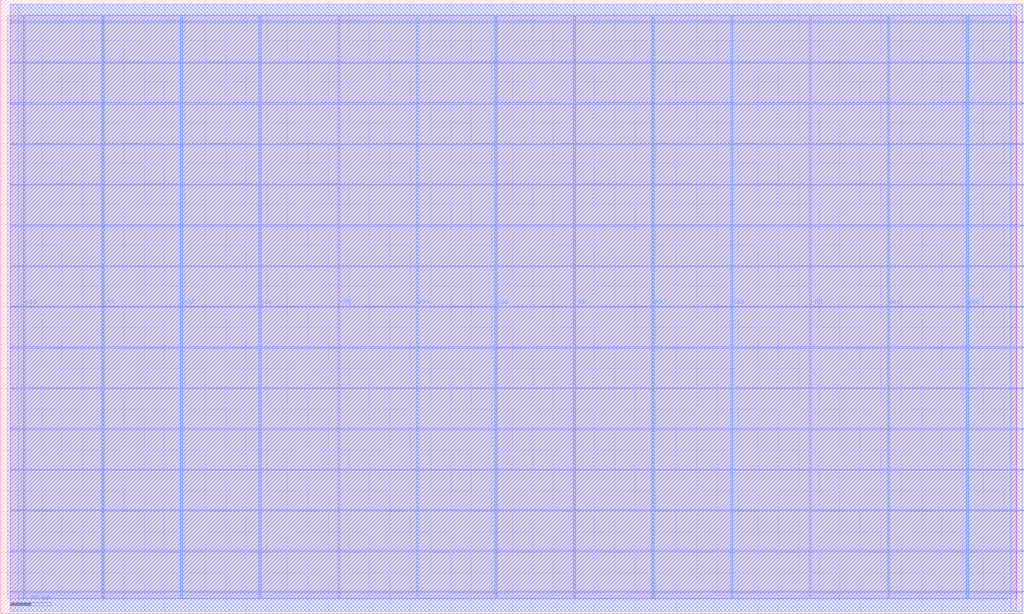
<source format=lef>
VERSION 5.7 ;
  NOWIREEXTENSIONATPIN ON ;
  DIVIDERCHAR "/" ;
  BUSBITCHARS "[]" ;
MACRO serv_2
  CLASS BLOCK ;
  FOREIGN serv_2 ;
  ORIGIN 0.000 0.000 ;
  SIZE 1000.000 BY 600.000 ;
  PIN io_in[0]
    DIRECTION INPUT ;
    USE SIGNAL ;
    PORT
      LAYER Metal3 ;
        RECT 998.000 21.280 1000.000 21.840 ;
    END
  END io_in[0]
  PIN io_in[1]
    DIRECTION INPUT ;
    USE SIGNAL ;
    PORT
      LAYER Metal3 ;
        RECT 998.000 61.040 1000.000 61.600 ;
    END
  END io_in[1]
  PIN io_in[2]
    DIRECTION INPUT ;
    USE SIGNAL ;
    PORT
      LAYER Metal3 ;
        RECT 998.000 100.800 1000.000 101.360 ;
    END
  END io_in[2]
  PIN io_in[3]
    DIRECTION INPUT ;
    USE SIGNAL ;
    PORT
      LAYER Metal3 ;
        RECT 998.000 140.560 1000.000 141.120 ;
    END
  END io_in[3]
  PIN io_in[4]
    DIRECTION INPUT ;
    USE SIGNAL ;
    PORT
      LAYER Metal3 ;
        RECT 998.000 180.320 1000.000 180.880 ;
    END
  END io_in[4]
  PIN io_oeb[0]
    DIRECTION OUTPUT TRISTATE ;
    USE SIGNAL ;
    PORT
      LAYER Metal3 ;
        RECT 998.000 418.880 1000.000 419.440 ;
    END
  END io_oeb[0]
  PIN io_oeb[1]
    DIRECTION OUTPUT TRISTATE ;
    USE SIGNAL ;
    PORT
      LAYER Metal3 ;
        RECT 998.000 458.640 1000.000 459.200 ;
    END
  END io_oeb[1]
  PIN io_oeb[2]
    DIRECTION OUTPUT TRISTATE ;
    USE SIGNAL ;
    PORT
      LAYER Metal3 ;
        RECT 998.000 498.400 1000.000 498.960 ;
    END
  END io_oeb[2]
  PIN io_oeb[3]
    DIRECTION OUTPUT TRISTATE ;
    USE SIGNAL ;
    PORT
      LAYER Metal3 ;
        RECT 998.000 538.160 1000.000 538.720 ;
    END
  END io_oeb[3]
  PIN io_oeb[4]
    DIRECTION OUTPUT TRISTATE ;
    USE SIGNAL ;
    PORT
      LAYER Metal3 ;
        RECT 998.000 577.920 1000.000 578.480 ;
    END
  END io_oeb[4]
  PIN io_out[0]
    DIRECTION OUTPUT TRISTATE ;
    USE SIGNAL ;
    PORT
      LAYER Metal3 ;
        RECT 998.000 220.080 1000.000 220.640 ;
    END
  END io_out[0]
  PIN io_out[1]
    DIRECTION OUTPUT TRISTATE ;
    USE SIGNAL ;
    PORT
      LAYER Metal3 ;
        RECT 998.000 259.840 1000.000 260.400 ;
    END
  END io_out[1]
  PIN io_out[2]
    DIRECTION OUTPUT TRISTATE ;
    USE SIGNAL ;
    PORT
      LAYER Metal3 ;
        RECT 998.000 299.600 1000.000 300.160 ;
    END
  END io_out[2]
  PIN io_out[3]
    DIRECTION OUTPUT TRISTATE ;
    USE SIGNAL ;
    PORT
      LAYER Metal3 ;
        RECT 998.000 339.360 1000.000 339.920 ;
    END
  END io_out[3]
  PIN io_out[4]
    DIRECTION OUTPUT TRISTATE ;
    USE SIGNAL ;
    PORT
      LAYER Metal3 ;
        RECT 998.000 379.120 1000.000 379.680 ;
    END
  END io_out[4]
  PIN vdd
    DIRECTION INOUT ;
    USE POWER ;
    PORT
      LAYER Metal4 ;
        RECT 22.240 15.380 23.840 584.380 ;
    END
    PORT
      LAYER Metal4 ;
        RECT 175.840 15.380 177.440 584.380 ;
    END
    PORT
      LAYER Metal4 ;
        RECT 329.440 15.380 331.040 584.380 ;
    END
    PORT
      LAYER Metal4 ;
        RECT 483.040 15.380 484.640 584.380 ;
    END
    PORT
      LAYER Metal4 ;
        RECT 636.640 15.380 638.240 584.380 ;
    END
    PORT
      LAYER Metal4 ;
        RECT 790.240 15.380 791.840 584.380 ;
    END
    PORT
      LAYER Metal4 ;
        RECT 943.840 15.380 945.440 584.380 ;
    END
  END vdd
  PIN vss
    DIRECTION INOUT ;
    USE GROUND ;
    PORT
      LAYER Metal4 ;
        RECT 99.040 15.380 100.640 584.380 ;
    END
    PORT
      LAYER Metal4 ;
        RECT 252.640 15.380 254.240 584.380 ;
    END
    PORT
      LAYER Metal4 ;
        RECT 406.240 15.380 407.840 584.380 ;
    END
    PORT
      LAYER Metal4 ;
        RECT 559.840 15.380 561.440 584.380 ;
    END
    PORT
      LAYER Metal4 ;
        RECT 713.440 15.380 715.040 584.380 ;
    END
    PORT
      LAYER Metal4 ;
        RECT 867.040 15.380 868.640 584.380 ;
    END
  END vss
  OBS
      LAYER Metal1 ;
        RECT 6.720 14.710 992.880 584.380 ;
      LAYER Metal2 ;
        RECT 9.100 2.330 992.180 595.750 ;
      LAYER Metal3 ;
        RECT 9.050 578.780 998.000 595.700 ;
        RECT 9.050 577.620 997.700 578.780 ;
        RECT 9.050 539.020 998.000 577.620 ;
        RECT 9.050 537.860 997.700 539.020 ;
        RECT 9.050 499.260 998.000 537.860 ;
        RECT 9.050 498.100 997.700 499.260 ;
        RECT 9.050 459.500 998.000 498.100 ;
        RECT 9.050 458.340 997.700 459.500 ;
        RECT 9.050 419.740 998.000 458.340 ;
        RECT 9.050 418.580 997.700 419.740 ;
        RECT 9.050 379.980 998.000 418.580 ;
        RECT 9.050 378.820 997.700 379.980 ;
        RECT 9.050 340.220 998.000 378.820 ;
        RECT 9.050 339.060 997.700 340.220 ;
        RECT 9.050 300.460 998.000 339.060 ;
        RECT 9.050 299.300 997.700 300.460 ;
        RECT 9.050 260.700 998.000 299.300 ;
        RECT 9.050 259.540 997.700 260.700 ;
        RECT 9.050 220.940 998.000 259.540 ;
        RECT 9.050 219.780 997.700 220.940 ;
        RECT 9.050 181.180 998.000 219.780 ;
        RECT 9.050 180.020 997.700 181.180 ;
        RECT 9.050 141.420 998.000 180.020 ;
        RECT 9.050 140.260 997.700 141.420 ;
        RECT 9.050 101.660 998.000 140.260 ;
        RECT 9.050 100.500 997.700 101.660 ;
        RECT 9.050 61.900 998.000 100.500 ;
        RECT 9.050 60.740 997.700 61.900 ;
        RECT 9.050 22.140 998.000 60.740 ;
        RECT 9.050 20.980 997.700 22.140 ;
        RECT 9.050 2.380 998.000 20.980 ;
      LAYER Metal4 ;
        RECT 16.940 584.680 987.140 595.750 ;
        RECT 16.940 15.080 21.940 584.680 ;
        RECT 24.140 15.080 98.740 584.680 ;
        RECT 100.940 15.080 175.540 584.680 ;
        RECT 177.740 15.080 252.340 584.680 ;
        RECT 254.540 15.080 329.140 584.680 ;
        RECT 331.340 15.080 405.940 584.680 ;
        RECT 408.140 15.080 482.740 584.680 ;
        RECT 484.940 15.080 559.540 584.680 ;
        RECT 561.740 15.080 636.340 584.680 ;
        RECT 638.540 15.080 713.140 584.680 ;
        RECT 715.340 15.080 789.940 584.680 ;
        RECT 792.140 15.080 866.740 584.680 ;
        RECT 868.940 15.080 943.540 584.680 ;
        RECT 945.740 15.080 987.140 584.680 ;
        RECT 16.940 2.330 987.140 15.080 ;
  END
END serv_2
END LIBRARY


</source>
